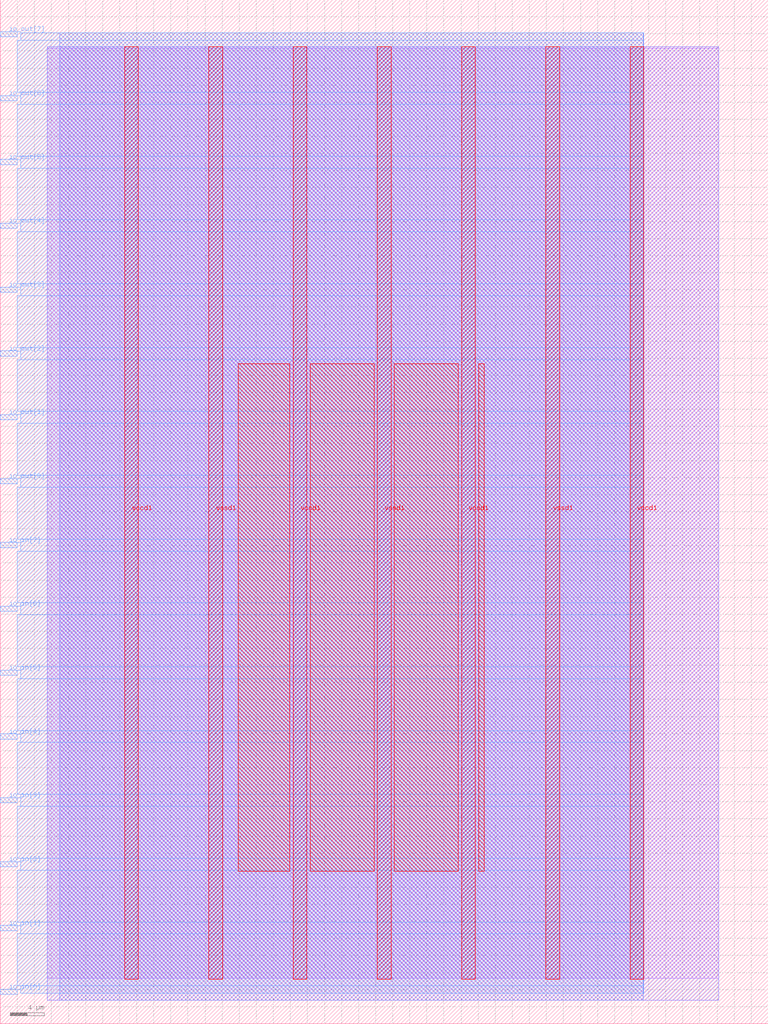
<source format=lef>
VERSION 5.7 ;
  NOWIREEXTENSIONATPIN ON ;
  DIVIDERCHAR "/" ;
  BUSBITCHARS "[]" ;
MACRO user_module_nickoe
  CLASS BLOCK ;
  FOREIGN user_module_nickoe ;
  ORIGIN 0.000 0.000 ;
  SIZE 90.000 BY 120.000 ;
  PIN io_in[0]
    DIRECTION INPUT ;
    USE SIGNAL ;
    PORT
      LAYER met3 ;
        RECT 0.000 3.440 2.000 4.040 ;
    END
  END io_in[0]
  PIN io_in[1]
    DIRECTION INPUT ;
    USE SIGNAL ;
    PORT
      LAYER met3 ;
        RECT 0.000 10.920 2.000 11.520 ;
    END
  END io_in[1]
  PIN io_in[2]
    DIRECTION INPUT ;
    USE SIGNAL ;
    PORT
      LAYER met3 ;
        RECT 0.000 18.400 2.000 19.000 ;
    END
  END io_in[2]
  PIN io_in[3]
    DIRECTION INPUT ;
    USE SIGNAL ;
    PORT
      LAYER met3 ;
        RECT 0.000 25.880 2.000 26.480 ;
    END
  END io_in[3]
  PIN io_in[4]
    DIRECTION INPUT ;
    USE SIGNAL ;
    PORT
      LAYER met3 ;
        RECT 0.000 33.360 2.000 33.960 ;
    END
  END io_in[4]
  PIN io_in[5]
    DIRECTION INPUT ;
    USE SIGNAL ;
    PORT
      LAYER met3 ;
        RECT 0.000 40.840 2.000 41.440 ;
    END
  END io_in[5]
  PIN io_in[6]
    DIRECTION INPUT ;
    USE SIGNAL ;
    PORT
      LAYER met3 ;
        RECT 0.000 48.320 2.000 48.920 ;
    END
  END io_in[6]
  PIN io_in[7]
    DIRECTION INPUT ;
    USE SIGNAL ;
    PORT
      LAYER met3 ;
        RECT 0.000 55.800 2.000 56.400 ;
    END
  END io_in[7]
  PIN io_out[0]
    DIRECTION OUTPUT TRISTATE ;
    USE SIGNAL ;
    PORT
      LAYER met3 ;
        RECT 0.000 63.280 2.000 63.880 ;
    END
  END io_out[0]
  PIN io_out[1]
    DIRECTION OUTPUT TRISTATE ;
    USE SIGNAL ;
    PORT
      LAYER met3 ;
        RECT 0.000 70.760 2.000 71.360 ;
    END
  END io_out[1]
  PIN io_out[2]
    DIRECTION OUTPUT TRISTATE ;
    USE SIGNAL ;
    PORT
      LAYER met3 ;
        RECT 0.000 78.240 2.000 78.840 ;
    END
  END io_out[2]
  PIN io_out[3]
    DIRECTION OUTPUT TRISTATE ;
    USE SIGNAL ;
    PORT
      LAYER met3 ;
        RECT 0.000 85.720 2.000 86.320 ;
    END
  END io_out[3]
  PIN io_out[4]
    DIRECTION OUTPUT TRISTATE ;
    USE SIGNAL ;
    PORT
      LAYER met3 ;
        RECT 0.000 93.200 2.000 93.800 ;
    END
  END io_out[4]
  PIN io_out[5]
    DIRECTION OUTPUT TRISTATE ;
    USE SIGNAL ;
    PORT
      LAYER met3 ;
        RECT 0.000 100.680 2.000 101.280 ;
    END
  END io_out[5]
  PIN io_out[6]
    DIRECTION OUTPUT TRISTATE ;
    USE SIGNAL ;
    PORT
      LAYER met3 ;
        RECT 0.000 108.160 2.000 108.760 ;
    END
  END io_out[6]
  PIN io_out[7]
    DIRECTION OUTPUT TRISTATE ;
    USE SIGNAL ;
    PORT
      LAYER met3 ;
        RECT 0.000 115.640 2.000 116.240 ;
    END
  END io_out[7]
  PIN vccd1
    DIRECTION INOUT ;
    USE POWER ;
    PORT
      LAYER met4 ;
        RECT 14.590 5.200 16.190 114.480 ;
    END
    PORT
      LAYER met4 ;
        RECT 34.330 5.200 35.930 114.480 ;
    END
    PORT
      LAYER met4 ;
        RECT 54.070 5.200 55.670 114.480 ;
    END
    PORT
      LAYER met4 ;
        RECT 73.810 5.200 75.410 114.480 ;
    END
  END vccd1
  PIN vssd1
    DIRECTION INOUT ;
    USE GROUND ;
    PORT
      LAYER met4 ;
        RECT 24.460 5.200 26.060 114.480 ;
    END
    PORT
      LAYER met4 ;
        RECT 44.200 5.200 45.800 114.480 ;
    END
    PORT
      LAYER met4 ;
        RECT 63.940 5.200 65.540 114.480 ;
    END
  END vssd1
  OBS
      LAYER li1 ;
        RECT 5.520 5.355 84.180 114.325 ;
      LAYER met1 ;
        RECT 5.520 2.760 84.180 114.480 ;
      LAYER met2 ;
        RECT 7.000 2.730 75.380 116.125 ;
      LAYER met3 ;
        RECT 2.400 115.240 75.400 116.105 ;
        RECT 2.000 109.160 75.400 115.240 ;
        RECT 2.400 107.760 75.400 109.160 ;
        RECT 2.000 101.680 75.400 107.760 ;
        RECT 2.400 100.280 75.400 101.680 ;
        RECT 2.000 94.200 75.400 100.280 ;
        RECT 2.400 92.800 75.400 94.200 ;
        RECT 2.000 86.720 75.400 92.800 ;
        RECT 2.400 85.320 75.400 86.720 ;
        RECT 2.000 79.240 75.400 85.320 ;
        RECT 2.400 77.840 75.400 79.240 ;
        RECT 2.000 71.760 75.400 77.840 ;
        RECT 2.400 70.360 75.400 71.760 ;
        RECT 2.000 64.280 75.400 70.360 ;
        RECT 2.400 62.880 75.400 64.280 ;
        RECT 2.000 56.800 75.400 62.880 ;
        RECT 2.400 55.400 75.400 56.800 ;
        RECT 2.000 49.320 75.400 55.400 ;
        RECT 2.400 47.920 75.400 49.320 ;
        RECT 2.000 41.840 75.400 47.920 ;
        RECT 2.400 40.440 75.400 41.840 ;
        RECT 2.000 34.360 75.400 40.440 ;
        RECT 2.400 32.960 75.400 34.360 ;
        RECT 2.000 26.880 75.400 32.960 ;
        RECT 2.400 25.480 75.400 26.880 ;
        RECT 2.000 19.400 75.400 25.480 ;
        RECT 2.400 18.000 75.400 19.400 ;
        RECT 2.000 11.920 75.400 18.000 ;
        RECT 2.400 10.520 75.400 11.920 ;
        RECT 2.000 4.440 75.400 10.520 ;
        RECT 2.400 3.575 75.400 4.440 ;
      LAYER met4 ;
        RECT 27.895 17.855 33.930 77.345 ;
        RECT 36.330 17.855 43.800 77.345 ;
        RECT 46.200 17.855 53.670 77.345 ;
        RECT 56.070 17.855 56.745 77.345 ;
  END
END user_module_nickoe
END LIBRARY


</source>
